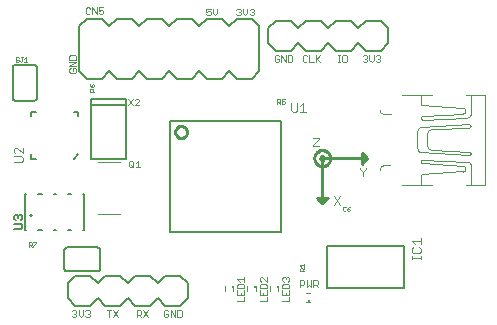
<source format=gtl>
G75*
%MOIN*%
%OFA0B0*%
%FSLAX24Y24*%
%IPPOS*%
%LPD*%
%AMOC8*
5,1,8,0,0,1.08239X$1,22.5*
%
%ADD10C,0.0020*%
%ADD11C,0.0100*%
%ADD12C,0.0030*%
%ADD13C,0.0010*%
%ADD14C,0.0040*%
%ADD15C,0.0060*%
%ADD16R,0.0089X0.0098*%
%ADD17R,0.0098X0.0089*%
%ADD18C,0.0080*%
%ADD19C,0.0050*%
D10*
X007756Y006036D02*
X007719Y006073D01*
X007756Y006036D02*
X007829Y006036D01*
X007866Y006073D01*
X007866Y006109D01*
X007829Y006146D01*
X007793Y006146D01*
X007829Y006146D02*
X007866Y006183D01*
X007866Y006219D01*
X007829Y006256D01*
X007756Y006256D01*
X007719Y006219D01*
X007940Y006256D02*
X007940Y006109D01*
X008014Y006036D01*
X008087Y006109D01*
X008087Y006256D01*
X008161Y006219D02*
X008198Y006256D01*
X008271Y006256D01*
X008308Y006219D01*
X008308Y006183D01*
X008271Y006146D01*
X008308Y006109D01*
X008308Y006073D01*
X008271Y006036D01*
X008198Y006036D01*
X008161Y006073D01*
X008235Y006146D02*
X008271Y006146D01*
X008878Y006256D02*
X009025Y006256D01*
X009099Y006256D02*
X009246Y006036D01*
X009099Y006036D02*
X009246Y006256D01*
X008951Y006256D02*
X008951Y006036D01*
X009878Y006036D02*
X009878Y006256D01*
X009988Y006256D01*
X010025Y006219D01*
X010025Y006146D01*
X009988Y006109D01*
X009878Y006109D01*
X009951Y006109D02*
X010025Y006036D01*
X010099Y006036D02*
X010246Y006256D01*
X010099Y006256D02*
X010246Y006036D01*
X010782Y006073D02*
X010818Y006036D01*
X010892Y006036D01*
X010929Y006073D01*
X010929Y006146D01*
X010855Y006146D01*
X010782Y006219D02*
X010782Y006073D01*
X010782Y006219D02*
X010818Y006256D01*
X010892Y006256D01*
X010929Y006219D01*
X011003Y006256D02*
X011003Y006036D01*
X011150Y006036D02*
X011150Y006256D01*
X011224Y006256D02*
X011334Y006256D01*
X011371Y006219D01*
X011371Y006073D01*
X011334Y006036D01*
X011224Y006036D01*
X011224Y006256D01*
X011003Y006256D02*
X011150Y006036D01*
X013232Y006554D02*
X013452Y006554D01*
X013452Y006701D01*
X013452Y006775D02*
X013232Y006775D01*
X013232Y006922D01*
X013232Y006996D02*
X013232Y007106D01*
X013269Y007143D01*
X013415Y007143D01*
X013452Y007106D01*
X013452Y006996D01*
X013232Y006996D01*
X013342Y006849D02*
X013342Y006775D01*
X013452Y006775D02*
X013452Y006922D01*
X013452Y007217D02*
X013452Y007364D01*
X013452Y007291D02*
X013232Y007291D01*
X013305Y007217D01*
X013982Y007254D02*
X014019Y007217D01*
X013982Y007254D02*
X013982Y007327D01*
X014019Y007364D01*
X014055Y007364D01*
X014202Y007217D01*
X014202Y007364D01*
X014165Y007143D02*
X014019Y007143D01*
X013982Y007106D01*
X013982Y006996D01*
X014202Y006996D01*
X014202Y007106D01*
X014165Y007143D01*
X014202Y006922D02*
X014202Y006775D01*
X013982Y006775D01*
X013982Y006922D01*
X014092Y006849D02*
X014092Y006775D01*
X014202Y006701D02*
X014202Y006554D01*
X013982Y006554D01*
X014732Y006554D02*
X014952Y006554D01*
X014952Y006701D01*
X014952Y006775D02*
X014732Y006775D01*
X014732Y006922D01*
X014732Y006996D02*
X014732Y007106D01*
X014769Y007143D01*
X014915Y007143D01*
X014952Y007106D01*
X014952Y006996D01*
X014732Y006996D01*
X014842Y006849D02*
X014842Y006775D01*
X014952Y006775D02*
X014952Y006922D01*
X014915Y007217D02*
X014952Y007254D01*
X014952Y007327D01*
X014915Y007364D01*
X014879Y007364D01*
X014842Y007327D01*
X014842Y007291D01*
X014842Y007327D02*
X014805Y007364D01*
X014769Y007364D01*
X014732Y007327D01*
X014732Y007254D01*
X014769Y007217D01*
X015319Y007256D02*
X015319Y007036D01*
X015319Y007109D02*
X015429Y007109D01*
X015466Y007146D01*
X015466Y007219D01*
X015429Y007256D01*
X015319Y007256D01*
X015540Y007256D02*
X015540Y007036D01*
X015614Y007109D01*
X015687Y007036D01*
X015687Y007256D01*
X015761Y007256D02*
X015871Y007256D01*
X015908Y007219D01*
X015908Y007146D01*
X015871Y007109D01*
X015761Y007109D01*
X015761Y007036D02*
X015761Y007256D01*
X015835Y007109D02*
X015908Y007036D01*
X009981Y011020D02*
X009834Y011020D01*
X009760Y011020D02*
X009687Y011093D01*
X009760Y011056D02*
X009724Y011020D01*
X009650Y011020D01*
X009614Y011056D01*
X009614Y011203D01*
X009650Y011240D01*
X009724Y011240D01*
X009760Y011203D01*
X009760Y011056D01*
X009834Y011166D02*
X009908Y011240D01*
X009908Y011020D01*
X009961Y013090D02*
X009815Y013090D01*
X009961Y013237D01*
X009961Y013274D01*
X009925Y013311D01*
X009851Y013311D01*
X009815Y013274D01*
X009740Y013311D02*
X009594Y013090D01*
X009740Y013090D02*
X009594Y013311D01*
X007852Y014212D02*
X007852Y014285D01*
X007816Y014322D01*
X007742Y014322D01*
X007742Y014249D01*
X007669Y014322D02*
X007632Y014285D01*
X007632Y014212D01*
X007669Y014175D01*
X007816Y014175D01*
X007852Y014212D01*
X007852Y014396D02*
X007632Y014396D01*
X007852Y014543D01*
X007632Y014543D01*
X007632Y014617D02*
X007632Y014727D01*
X007669Y014764D01*
X007816Y014764D01*
X007852Y014727D01*
X007852Y014617D01*
X007632Y014617D01*
X008213Y016132D02*
X008286Y016132D01*
X008323Y016169D01*
X008397Y016132D02*
X008397Y016352D01*
X008544Y016132D01*
X008544Y016352D01*
X008618Y016352D02*
X008618Y016242D01*
X008691Y016279D01*
X008728Y016279D01*
X008765Y016242D01*
X008765Y016169D01*
X008728Y016132D01*
X008655Y016132D01*
X008618Y016169D01*
X008618Y016352D02*
X008765Y016352D01*
X008323Y016316D02*
X008286Y016352D01*
X008213Y016352D01*
X008176Y016316D01*
X008176Y016169D01*
X008213Y016132D01*
X012195Y016125D02*
X012231Y016088D01*
X012305Y016088D01*
X012342Y016125D01*
X012342Y016198D01*
X012305Y016235D01*
X012268Y016235D01*
X012195Y016198D01*
X012195Y016309D01*
X012342Y016309D01*
X012416Y016309D02*
X012416Y016162D01*
X012489Y016088D01*
X012562Y016162D01*
X012562Y016309D01*
X013195Y016272D02*
X013231Y016309D01*
X013305Y016309D01*
X013342Y016272D01*
X013342Y016235D01*
X013305Y016198D01*
X013342Y016162D01*
X013342Y016125D01*
X013305Y016088D01*
X013231Y016088D01*
X013195Y016125D01*
X013268Y016198D02*
X013305Y016198D01*
X013416Y016162D02*
X013489Y016088D01*
X013562Y016162D01*
X013562Y016309D01*
X013637Y016272D02*
X013673Y016309D01*
X013747Y016309D01*
X013783Y016272D01*
X013783Y016235D01*
X013747Y016198D01*
X013783Y016162D01*
X013783Y016125D01*
X013747Y016088D01*
X013673Y016088D01*
X013637Y016125D01*
X013710Y016198D02*
X013747Y016198D01*
X013416Y016162D02*
X013416Y016309D01*
X014506Y014756D02*
X014469Y014719D01*
X014469Y014573D01*
X014506Y014536D01*
X014579Y014536D01*
X014616Y014573D01*
X014616Y014646D01*
X014543Y014646D01*
X014616Y014719D02*
X014579Y014756D01*
X014506Y014756D01*
X014690Y014756D02*
X014690Y014536D01*
X014837Y014536D02*
X014690Y014756D01*
X014837Y014756D02*
X014837Y014536D01*
X014911Y014536D02*
X015021Y014536D01*
X015058Y014573D01*
X015058Y014719D01*
X015021Y014756D01*
X014911Y014756D01*
X014911Y014536D01*
X015407Y014573D02*
X015443Y014536D01*
X015517Y014536D01*
X015554Y014573D01*
X015628Y014536D02*
X015775Y014536D01*
X015849Y014536D02*
X015849Y014756D01*
X015885Y014646D02*
X015996Y014536D01*
X015849Y014609D02*
X015996Y014756D01*
X015628Y014756D02*
X015628Y014536D01*
X015554Y014719D02*
X015517Y014756D01*
X015443Y014756D01*
X015407Y014719D01*
X015407Y014573D01*
X016576Y014536D02*
X016650Y014536D01*
X016613Y014536D02*
X016613Y014756D01*
X016576Y014756D02*
X016650Y014756D01*
X016724Y014719D02*
X016724Y014573D01*
X016760Y014536D01*
X016834Y014536D01*
X016871Y014573D01*
X016871Y014719D01*
X016834Y014756D01*
X016760Y014756D01*
X016724Y014719D01*
X017407Y014719D02*
X017443Y014756D01*
X017517Y014756D01*
X017554Y014719D01*
X017554Y014683D01*
X017517Y014646D01*
X017554Y014609D01*
X017554Y014573D01*
X017517Y014536D01*
X017443Y014536D01*
X017407Y014573D01*
X017480Y014646D02*
X017517Y014646D01*
X017628Y014609D02*
X017701Y014536D01*
X017775Y014609D01*
X017775Y014756D01*
X017849Y014719D02*
X017885Y014756D01*
X017959Y014756D01*
X017996Y014719D01*
X017996Y014683D01*
X017959Y014646D01*
X017996Y014609D01*
X017996Y014573D01*
X017959Y014536D01*
X017885Y014536D01*
X017849Y014573D01*
X017922Y014646D02*
X017959Y014646D01*
X017628Y014609D02*
X017628Y014756D01*
D11*
X017372Y011516D02*
X017560Y011328D01*
X017372Y011141D01*
X017372Y011516D01*
X017560Y011328D02*
X016060Y011328D01*
X015997Y011328D02*
X015999Y011343D01*
X016004Y011357D01*
X016013Y011370D01*
X016024Y011380D01*
X016038Y011387D01*
X016052Y011391D01*
X016068Y011391D01*
X016082Y011387D01*
X016096Y011380D01*
X016107Y011370D01*
X016116Y011357D01*
X016121Y011343D01*
X016123Y011328D01*
X016121Y011313D01*
X016116Y011299D01*
X016107Y011286D01*
X016096Y011276D01*
X016082Y011269D01*
X016068Y011265D01*
X016052Y011265D01*
X016038Y011269D01*
X016024Y011276D01*
X016013Y011286D01*
X016004Y011299D01*
X015999Y011313D01*
X015997Y011328D01*
X015795Y011328D02*
X015797Y011360D01*
X015803Y011391D01*
X015812Y011422D01*
X015825Y011451D01*
X015842Y011479D01*
X015862Y011504D01*
X015884Y011526D01*
X015909Y011546D01*
X015937Y011563D01*
X015966Y011576D01*
X015997Y011585D01*
X016028Y011591D01*
X016060Y011593D01*
X016092Y011591D01*
X016123Y011585D01*
X016154Y011576D01*
X016183Y011563D01*
X016211Y011546D01*
X016236Y011526D01*
X016258Y011504D01*
X016278Y011479D01*
X016295Y011451D01*
X016308Y011422D01*
X016317Y011391D01*
X016323Y011360D01*
X016325Y011328D01*
X016323Y011296D01*
X016317Y011265D01*
X016308Y011234D01*
X016295Y011205D01*
X016278Y011177D01*
X016258Y011152D01*
X016236Y011130D01*
X016211Y011110D01*
X016183Y011093D01*
X016154Y011080D01*
X016123Y011071D01*
X016092Y011065D01*
X016060Y011063D01*
X016028Y011065D01*
X015997Y011071D01*
X015966Y011080D01*
X015937Y011093D01*
X015909Y011110D01*
X015884Y011130D01*
X015862Y011152D01*
X015842Y011177D01*
X015825Y011205D01*
X015812Y011234D01*
X015803Y011265D01*
X015797Y011296D01*
X015795Y011328D01*
X016060Y011328D02*
X016060Y009828D01*
X015872Y010016D01*
X016247Y010016D01*
X016060Y009828D01*
X011155Y012198D02*
X011157Y012225D01*
X011163Y012252D01*
X011172Y012278D01*
X011185Y012302D01*
X011201Y012325D01*
X011220Y012344D01*
X011242Y012361D01*
X011266Y012375D01*
X011291Y012385D01*
X011318Y012392D01*
X011345Y012395D01*
X011373Y012394D01*
X011400Y012389D01*
X011426Y012381D01*
X011450Y012369D01*
X011473Y012353D01*
X011494Y012335D01*
X011511Y012314D01*
X011526Y012290D01*
X011537Y012265D01*
X011545Y012239D01*
X011549Y012212D01*
X011549Y012184D01*
X011545Y012157D01*
X011537Y012131D01*
X011526Y012106D01*
X011511Y012082D01*
X011494Y012061D01*
X011473Y012043D01*
X011451Y012027D01*
X011426Y012015D01*
X011400Y012007D01*
X011373Y012002D01*
X011345Y012001D01*
X011318Y012004D01*
X011291Y012011D01*
X011266Y012021D01*
X011242Y012035D01*
X011220Y012052D01*
X011201Y012071D01*
X011185Y012094D01*
X011172Y012118D01*
X011163Y012144D01*
X011157Y012171D01*
X011155Y012198D01*
D12*
X015031Y012929D02*
X015079Y012881D01*
X015176Y012881D01*
X015224Y012929D01*
X015224Y013171D01*
X015326Y013074D02*
X015422Y013171D01*
X015422Y012881D01*
X015326Y012881D02*
X015519Y012881D01*
X015031Y012929D02*
X015031Y013171D01*
X015762Y012009D02*
X015956Y012009D01*
X015956Y011960D01*
X015762Y011767D01*
X015762Y011718D01*
X015956Y011718D01*
X017325Y011009D02*
X017325Y010960D01*
X017421Y010863D01*
X017421Y010718D01*
X017421Y010863D02*
X017518Y010960D01*
X017518Y011009D01*
X016643Y010071D02*
X016450Y009781D01*
X016643Y009781D02*
X016450Y010071D01*
X019047Y008556D02*
X019337Y008556D01*
X019337Y008459D02*
X019337Y008653D01*
X019144Y008459D02*
X019047Y008556D01*
X019095Y008358D02*
X019047Y008310D01*
X019047Y008213D01*
X019095Y008165D01*
X019289Y008165D01*
X019337Y008213D01*
X019337Y008310D01*
X019289Y008358D01*
X019337Y008065D02*
X019337Y007968D01*
X019337Y008017D02*
X019047Y008017D01*
X019047Y008065D02*
X019047Y007968D01*
X006074Y011241D02*
X006074Y011338D01*
X006025Y011386D01*
X005783Y011386D01*
X005832Y011487D02*
X005783Y011535D01*
X005783Y011632D01*
X005832Y011681D01*
X005880Y011681D01*
X006074Y011487D01*
X006074Y011681D01*
X006074Y011241D02*
X006025Y011192D01*
X005783Y011192D01*
D13*
X008305Y013546D02*
X008305Y013621D01*
X008330Y013646D01*
X008380Y013646D01*
X008405Y013621D01*
X008405Y013546D01*
X008455Y013546D02*
X008305Y013546D01*
X008405Y013596D02*
X008455Y013646D01*
X008430Y013693D02*
X008455Y013718D01*
X008455Y013768D01*
X008430Y013793D01*
X008405Y013793D01*
X008380Y013768D01*
X008380Y013693D01*
X008430Y013693D01*
X008380Y013693D02*
X008330Y013743D01*
X008305Y013793D01*
X006228Y014540D02*
X006128Y014540D01*
X006178Y014540D02*
X006178Y014690D01*
X006128Y014640D01*
X006081Y014690D02*
X006031Y014690D01*
X006056Y014690D02*
X006056Y014565D01*
X006031Y014540D01*
X006006Y014540D01*
X005981Y014565D01*
X005933Y014565D02*
X005908Y014540D01*
X005858Y014540D01*
X005833Y014565D01*
X005858Y014615D02*
X005908Y014615D01*
X005933Y014590D01*
X005933Y014565D01*
X005858Y014615D02*
X005833Y014640D01*
X005833Y014665D01*
X005858Y014690D01*
X005908Y014690D01*
X005933Y014665D01*
X006277Y008521D02*
X006352Y008521D01*
X006377Y008496D01*
X006377Y008446D01*
X006352Y008421D01*
X006277Y008421D01*
X006277Y008371D02*
X006277Y008521D01*
X006327Y008421D02*
X006377Y008371D01*
X006425Y008371D02*
X006425Y008396D01*
X006525Y008496D01*
X006525Y008521D01*
X006425Y008521D01*
X014558Y013136D02*
X014558Y013286D01*
X014633Y013286D01*
X014658Y013261D01*
X014658Y013211D01*
X014633Y013186D01*
X014558Y013186D01*
X014608Y013186D02*
X014658Y013136D01*
X014705Y013161D02*
X014730Y013136D01*
X014780Y013136D01*
X014805Y013161D01*
X014805Y013211D01*
X014780Y013236D01*
X014755Y013236D01*
X014705Y013211D01*
X014705Y013286D01*
X014805Y013286D01*
X016769Y009714D02*
X016744Y009689D01*
X016744Y009589D01*
X016769Y009564D01*
X016819Y009564D01*
X016844Y009589D01*
X016891Y009589D02*
X016916Y009564D01*
X016966Y009564D01*
X016991Y009589D01*
X016991Y009614D01*
X016966Y009639D01*
X016891Y009639D01*
X016891Y009589D01*
X016891Y009639D02*
X016941Y009689D01*
X016991Y009714D01*
X016844Y009689D02*
X016819Y009714D01*
X016769Y009714D01*
X015458Y007805D02*
X015458Y007705D01*
X015458Y007658D02*
X015408Y007608D01*
X015408Y007633D02*
X015408Y007557D01*
X015458Y007557D02*
X015308Y007557D01*
X015308Y007633D01*
X015333Y007658D01*
X015383Y007658D01*
X015408Y007633D01*
X015358Y007705D02*
X015308Y007755D01*
X015458Y007755D01*
D14*
X014591Y007051D02*
X014591Y006893D01*
X014316Y006893D02*
X014316Y007051D01*
X013841Y007051D02*
X013841Y006893D01*
X013566Y006893D02*
X013566Y007051D01*
X013091Y007051D02*
X013091Y006893D01*
X012816Y006893D02*
X012816Y007051D01*
X015500Y006822D02*
X015657Y006822D01*
X015657Y006547D02*
X015500Y006547D01*
X018727Y010447D02*
X019727Y010447D01*
X019347Y010471D02*
X019347Y010747D01*
X019348Y010759D01*
X019352Y010770D01*
X019359Y010780D01*
X019368Y010788D01*
X019379Y010794D01*
X019391Y010796D01*
X020732Y010885D01*
X020733Y010884D02*
X020751Y010886D01*
X020769Y010891D01*
X020785Y010900D01*
X020800Y010912D01*
X020812Y010926D01*
X020821Y010942D01*
X020827Y010960D01*
X020829Y010978D01*
X020828Y010997D01*
X020823Y011015D01*
X020815Y011031D01*
X020804Y011046D01*
X020790Y011059D01*
X020774Y011068D01*
X020757Y011075D01*
X020738Y011078D01*
X019402Y011166D01*
X019388Y011168D01*
X019376Y011174D01*
X019364Y011183D01*
X019356Y011193D01*
X019350Y011206D01*
X019347Y011220D01*
X019348Y011234D01*
X019352Y011247D01*
X019359Y011259D01*
X019369Y011269D01*
X019380Y011277D01*
X019394Y011281D01*
X019408Y011282D01*
X020854Y011216D01*
X020870Y011216D01*
X020892Y011214D01*
X020913Y011209D01*
X020933Y011201D01*
X020951Y011190D01*
X020968Y011176D01*
X020982Y011159D01*
X020993Y011141D01*
X021001Y011121D01*
X021006Y011100D01*
X021008Y011078D01*
X021008Y010471D01*
X020852Y010447D02*
X021477Y010447D01*
X021478Y010449D02*
X021478Y013446D01*
X021477Y013447D02*
X020852Y013447D01*
X021008Y013424D02*
X021008Y012816D01*
X021006Y012794D01*
X021001Y012773D01*
X020993Y012753D01*
X020982Y012735D01*
X020968Y012718D01*
X020951Y012704D01*
X020933Y012693D01*
X020913Y012685D01*
X020892Y012680D01*
X020870Y012678D01*
X020854Y012678D01*
X019408Y012612D01*
X019394Y012613D01*
X019380Y012617D01*
X019369Y012625D01*
X019359Y012635D01*
X019352Y012647D01*
X019348Y012660D01*
X019347Y012674D01*
X019350Y012688D01*
X019356Y012701D01*
X019364Y012711D01*
X019376Y012720D01*
X019388Y012726D01*
X019402Y012728D01*
X020738Y012816D01*
X020757Y012819D01*
X020774Y012826D01*
X020790Y012835D01*
X020804Y012848D01*
X020815Y012863D01*
X020823Y012879D01*
X020828Y012897D01*
X020829Y012916D01*
X020827Y012934D01*
X020821Y012952D01*
X020812Y012968D01*
X020800Y012982D01*
X020785Y012994D01*
X020769Y013003D01*
X020751Y013008D01*
X020733Y013010D01*
X020732Y013010D02*
X019391Y013098D01*
X019379Y013100D01*
X019368Y013106D01*
X019359Y013114D01*
X019352Y013124D01*
X019348Y013135D01*
X019347Y013147D01*
X019347Y013148D02*
X019347Y013424D01*
X019727Y013447D02*
X018727Y013447D01*
X018111Y012805D02*
X018089Y012807D01*
X018068Y012812D01*
X018048Y012820D01*
X018030Y012831D01*
X018013Y012845D01*
X017999Y012862D01*
X017988Y012880D01*
X017980Y012900D01*
X017975Y012921D01*
X017973Y012943D01*
X018111Y012805D02*
X018343Y012805D01*
X019231Y012231D02*
X019231Y011652D01*
X019233Y011631D01*
X019238Y011611D01*
X019246Y011592D01*
X019256Y011574D01*
X019270Y011558D01*
X019286Y011544D01*
X019304Y011534D01*
X019323Y011526D01*
X019343Y011521D01*
X019364Y011519D01*
X020948Y011437D01*
X020947Y011436D02*
X020961Y011437D01*
X020974Y011442D01*
X020985Y011450D01*
X020994Y011460D01*
X021000Y011473D01*
X021003Y011486D01*
X021002Y011500D01*
X020997Y011513D01*
X020989Y011524D01*
X020979Y011533D01*
X020966Y011539D01*
X020953Y011542D01*
X020953Y011541D02*
X019728Y011608D01*
X019704Y011610D01*
X019680Y011615D01*
X019657Y011623D01*
X019636Y011635D01*
X019616Y011650D01*
X019599Y011667D01*
X019584Y011687D01*
X019572Y011708D01*
X019564Y011731D01*
X019559Y011755D01*
X019557Y011779D01*
X019557Y012127D01*
X019556Y012127D02*
X019558Y012151D01*
X019563Y012174D01*
X019571Y012196D01*
X019582Y012217D01*
X019597Y012236D01*
X019613Y012252D01*
X019632Y012267D01*
X019653Y012278D01*
X019675Y012286D01*
X019698Y012291D01*
X019722Y012293D01*
X019722Y012292D02*
X019750Y012292D01*
X020948Y012347D01*
X020948Y012348D02*
X020961Y012350D01*
X020974Y012356D01*
X020985Y012365D01*
X020993Y012376D01*
X020998Y012389D01*
X021000Y012403D01*
X020998Y012417D01*
X020993Y012430D01*
X020985Y012441D01*
X020974Y012450D01*
X020961Y012456D01*
X020948Y012458D01*
X019375Y012375D01*
X019352Y012373D01*
X019331Y012368D01*
X019310Y012359D01*
X019290Y012347D01*
X019273Y012333D01*
X019259Y012316D01*
X019247Y012296D01*
X019238Y012275D01*
X019233Y012254D01*
X019231Y012231D01*
X018326Y011089D02*
X018116Y011089D01*
X018116Y011088D02*
X018094Y011086D01*
X018072Y011081D01*
X018051Y011072D01*
X018032Y011061D01*
X018015Y011046D01*
X018000Y011029D01*
X017989Y011010D01*
X017980Y010989D01*
X017975Y010967D01*
X017973Y010945D01*
X009327Y011213D02*
X008579Y011213D01*
X008579Y009481D02*
X009327Y009481D01*
D15*
X008560Y008353D02*
X007560Y008353D01*
X007543Y008351D01*
X007526Y008347D01*
X007510Y008340D01*
X007496Y008330D01*
X007483Y008317D01*
X007473Y008303D01*
X007466Y008287D01*
X007462Y008270D01*
X007460Y008253D01*
X007460Y007653D01*
X007462Y007636D01*
X007466Y007619D01*
X007473Y007603D01*
X007483Y007589D01*
X007496Y007576D01*
X007510Y007566D01*
X007526Y007559D01*
X007543Y007555D01*
X007560Y007553D01*
X008560Y007553D01*
X008577Y007555D01*
X008594Y007559D01*
X008610Y007566D01*
X008624Y007576D01*
X008637Y007589D01*
X008647Y007603D01*
X008654Y007619D01*
X008658Y007636D01*
X008660Y007653D01*
X008660Y008253D01*
X008658Y008270D01*
X008654Y008287D01*
X008647Y008303D01*
X008637Y008317D01*
X008624Y008330D01*
X008610Y008340D01*
X008594Y008347D01*
X008577Y008351D01*
X008560Y008353D01*
X008328Y007410D02*
X007828Y007410D01*
X007578Y007160D01*
X007578Y006660D01*
X007828Y006410D01*
X008328Y006410D01*
X008578Y006660D01*
X008828Y006410D01*
X009328Y006410D01*
X009578Y006660D01*
X009828Y006410D01*
X010328Y006410D01*
X010578Y006660D01*
X010828Y006410D01*
X011328Y006410D01*
X011578Y006660D01*
X011578Y007160D01*
X011328Y007410D01*
X010828Y007410D01*
X010578Y007160D01*
X010328Y007410D01*
X009828Y007410D01*
X009578Y007160D01*
X009328Y007410D01*
X008828Y007410D01*
X008578Y007160D01*
X008328Y007410D01*
X006441Y013247D02*
X005841Y013247D01*
X005824Y013249D01*
X005807Y013253D01*
X005791Y013260D01*
X005777Y013270D01*
X005764Y013283D01*
X005754Y013297D01*
X005747Y013313D01*
X005743Y013330D01*
X005741Y013347D01*
X005741Y014347D01*
X005743Y014364D01*
X005747Y014381D01*
X005754Y014397D01*
X005764Y014411D01*
X005777Y014424D01*
X005791Y014434D01*
X005807Y014441D01*
X005824Y014445D01*
X005841Y014447D01*
X006441Y014447D01*
X006458Y014445D01*
X006475Y014441D01*
X006491Y014434D01*
X006505Y014424D01*
X006518Y014411D01*
X006528Y014397D01*
X006535Y014381D01*
X006539Y014364D01*
X006541Y014347D01*
X006541Y013347D01*
X006539Y013330D01*
X006535Y013313D01*
X006528Y013297D01*
X006518Y013283D01*
X006505Y013270D01*
X006491Y013260D01*
X006475Y013253D01*
X006458Y013249D01*
X006441Y013247D01*
X007953Y014222D02*
X008203Y013972D01*
X008703Y013972D01*
X008953Y014222D01*
X009203Y013972D01*
X009703Y013972D01*
X009953Y014222D01*
X010203Y013972D01*
X010703Y013972D01*
X010953Y014222D01*
X011203Y013972D01*
X011703Y013972D01*
X011953Y014222D01*
X012203Y013972D01*
X012703Y013972D01*
X012953Y014222D01*
X013203Y013972D01*
X013703Y013972D01*
X013953Y014222D01*
X013953Y015722D01*
X013703Y015972D01*
X013203Y015972D01*
X012953Y015722D01*
X012703Y015972D01*
X012203Y015972D01*
X011953Y015722D01*
X011703Y015972D01*
X011203Y015972D01*
X010953Y015722D01*
X010703Y015972D01*
X010203Y015972D01*
X009953Y015722D01*
X009703Y015972D01*
X009203Y015972D01*
X008953Y015722D01*
X008703Y015972D01*
X008203Y015972D01*
X007953Y015722D01*
X007953Y014222D01*
X014266Y015160D02*
X014266Y015660D01*
X014516Y015910D01*
X015016Y015910D01*
X015266Y015660D01*
X015516Y015910D01*
X016016Y015910D01*
X016266Y015660D01*
X016516Y015910D01*
X017016Y015910D01*
X017266Y015660D01*
X017516Y015910D01*
X018016Y015910D01*
X018266Y015660D01*
X018266Y015160D01*
X018016Y014910D01*
X017516Y014910D01*
X017266Y015160D01*
X017016Y014910D01*
X016516Y014910D01*
X016266Y015160D01*
X016016Y014910D01*
X015516Y014910D01*
X015266Y015160D01*
X015016Y014910D01*
X014516Y014910D01*
X014266Y015160D01*
D16*
X014567Y007021D03*
X013817Y007021D03*
X013067Y007021D03*
D17*
X015628Y006571D03*
D18*
X016207Y007003D02*
X018787Y007003D01*
X018787Y008403D01*
X016207Y008403D01*
X016207Y007003D01*
X014683Y008868D02*
X010974Y008868D01*
X010974Y012580D01*
X014683Y012580D01*
X014683Y008868D01*
X008125Y008944D02*
X008086Y008944D01*
X008125Y008944D02*
X008125Y010125D01*
X008086Y010125D01*
X007692Y010125D02*
X007574Y010125D01*
X007180Y010125D02*
X007102Y010125D01*
X006708Y010125D02*
X006590Y010125D01*
X006196Y010125D02*
X006157Y010125D01*
X006157Y008944D01*
X006196Y008944D01*
X006590Y008944D02*
X006708Y008944D01*
X007102Y008944D02*
X007180Y008944D01*
X007574Y008944D02*
X007692Y008944D01*
X006330Y009432D02*
X006332Y009440D01*
X006337Y009447D01*
X006344Y009451D01*
X006352Y009452D01*
X006360Y009449D01*
X006366Y009444D01*
X006370Y009436D01*
X006370Y009428D01*
X006366Y009420D01*
X006360Y009415D01*
X006352Y009412D01*
X006344Y009413D01*
X006337Y009417D01*
X006332Y009424D01*
X006330Y009432D01*
D19*
X006066Y009389D02*
X006066Y009299D01*
X006021Y009254D01*
X006021Y009140D02*
X005796Y009140D01*
X005841Y009254D02*
X005796Y009299D01*
X005796Y009389D01*
X005841Y009434D01*
X005886Y009434D01*
X005931Y009389D01*
X005976Y009434D01*
X006021Y009434D01*
X006066Y009389D01*
X005931Y009389D02*
X005931Y009344D01*
X006021Y009140D02*
X006066Y009095D01*
X006066Y009005D01*
X006021Y008960D01*
X005796Y008960D01*
X006354Y011310D02*
X006354Y011467D01*
X006354Y011310D02*
X006511Y011310D01*
X007771Y011310D02*
X007928Y011467D01*
X008363Y011317D02*
X009505Y011317D01*
X009505Y013088D01*
X009505Y013285D01*
X008363Y013285D01*
X008363Y013088D01*
X008363Y013049D01*
X008363Y011317D01*
X007928Y012727D02*
X007928Y012884D01*
X007771Y012884D01*
X008363Y013088D02*
X009505Y013088D01*
X006511Y012884D02*
X006354Y012884D01*
X006354Y012727D01*
M02*

</source>
